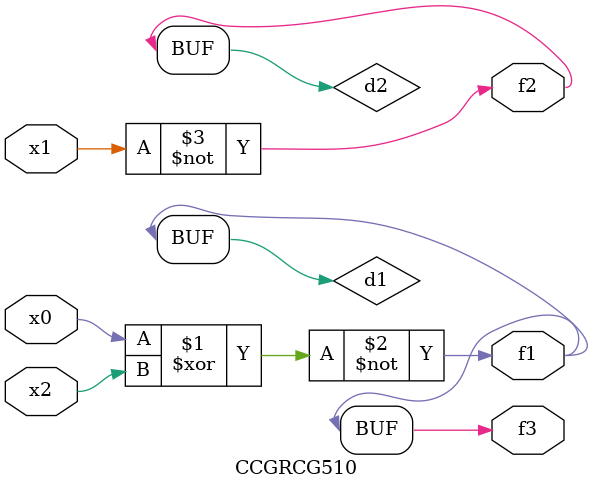
<source format=v>
module CCGRCG510(
	input x0, x1, x2,
	output f1, f2, f3
);

	wire d1, d2, d3;

	xnor (d1, x0, x2);
	nand (d2, x1);
	nor (d3, x1, x2);
	assign f1 = d1;
	assign f2 = d2;
	assign f3 = d1;
endmodule

</source>
